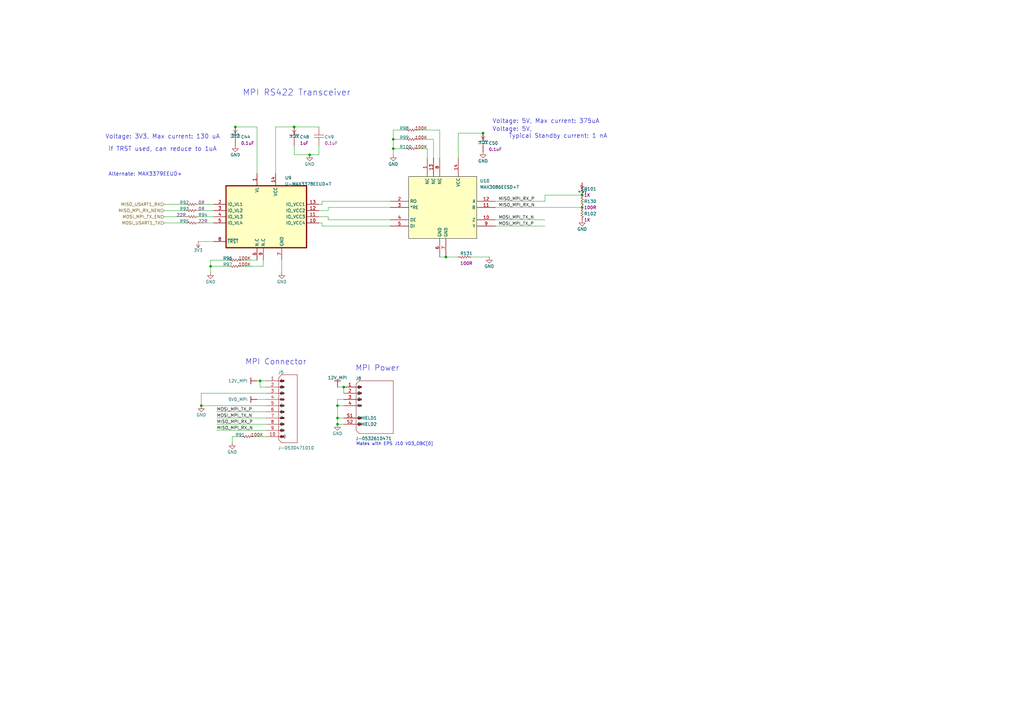
<source format=kicad_sch>
(kicad_sch (version 20250114) (generator "eeschema") (generator_version "9.0")
  (paper "A3")
  (lib_symbols
    (symbol "OBC Development Board-altium-import:12V_MPI_BAR" (power)
      (property "Value" "12V_MPI" (at 0 -3.81 0))
      (symbol "12V_MPI_BAR_0_0"
        (polyline (pts (xy -1.27 -2.54) (xy 1.27 -2.54)) (stroke (width 0.254)))
        (polyline (pts (xy 0 0) (xy 0 -2.54)) (stroke (width 0.254)))
        (pin power_in line (at 0 0 0) (length 0) (hide yes) (name "12V_MPI") (number ""))
      )
    )
    (symbol "OBC Development Board-altium-import:5V0_MPI_BAR" (power)
      (property "Value" "5V0_MPI" (at 0 -3.81 0))
      (symbol "5V0_MPI_BAR_0_0"
        (polyline (pts (xy -1.27 -2.54) (xy 1.27 -2.54)) (stroke (width 0.254)))
        (polyline (pts (xy 0 0) (xy 0 -2.54)) (stroke (width 0.254)))
        (pin power_in line (at 0 0 0) (length 0) (hide yes) (name "5V0_MPI") (number ""))
      )
    )
    (symbol "OBC Development Board:root_0_J-0530471010_OBC Development Board.SchLib"
      (symbol "root_0_J-0530471010_OBC Development Board.SchLib_1_0"
        (polyline (pts (xy 0 11.43) (xy 0 -13.97)))
        (polyline (pts (xy 0 11.43) (xy 1.27 12.7)))
        (polyline (pts (xy 0 10.16) (xy 1.905 10.16)))
        (polyline (pts (xy 0 7.62) (xy 1.905 7.62)))
        (polyline (pts (xy 0 5.08) (xy 1.905 5.08)))
        (polyline (pts (xy 0 2.54) (xy 1.905 2.54)))
        (polyline (pts (xy 0 0) (xy 1.905 0)))
        (polyline (pts (xy 0 -2.54) (xy 1.905 -2.54)))
        (polyline (pts (xy 0 -5.08) (xy 1.905 -5.08)))
        (polyline (pts (xy 0 -7.62) (xy 1.905 -7.62)))
        (polyline (pts (xy 0 -10.16) (xy 1.905 -10.16)))
        (polyline (pts (xy 0 -12.7) (xy 1.905 -12.7)))
        (polyline (pts (xy 0 -13.97) (xy 1.27 -15.24)))
        (polyline (pts (xy 1.27 -15.24) (xy 7.62 -15.24)))
        (rectangle (start 2.223 10.478) (end 0.635 9.843) (fill (type outline)))
        (rectangle (start 2.223 7.938) (end 0.635 7.303) (fill (type outline)))
        (rectangle (start 2.223 5.398) (end 0.635 4.763) (fill (type outline)))
        (rectangle (start 2.223 2.858) (end 0.635 2.223) (fill (type outline)))
        (rectangle (start 2.223 0.318) (end 0.635 -0.317) (fill (type outline)))
        (rectangle (start 2.223 -2.222) (end 0.635 -2.857) (fill (type outline)))
        (rectangle (start 2.223 -4.762) (end 0.635 -5.397) (fill (type outline)))
        (rectangle (start 2.223 -7.302) (end 0.635 -7.937) (fill (type outline)))
        (rectangle (start 2.223 -9.842) (end 0.635 -10.477) (fill (type outline)))
        (rectangle (start 2.223 -12.382) (end 0.635 -13.017) (fill (type outline)))
        (polyline (pts (xy 7.62 12.7) (xy 1.27 12.7)))
        (polyline (pts (xy 7.62 -15.24) (xy 7.62 12.7)))
        (pin passive line (at -5.08 10.16 0) (length 5.08) (name "1") (number "1"))
        (pin passive line (at -5.08 7.62 0) (length 5.08) (name "2") (number "2"))
        (pin passive line (at -5.08 5.08 0) (length 5.08) (name "3") (number "3"))
        (pin passive line (at -5.08 2.54 0) (length 5.08) (name "4") (number "4"))
        (pin passive line (at -5.08 0 0) (length 5.08) (name "5") (number "5"))
        (pin passive line (at -5.08 -2.54 0) (length 5.08) (name "6") (number "6"))
        (pin passive line (at -5.08 -5.08 0) (length 5.08) (name "7") (number "7"))
        (pin passive line (at -5.08 -7.62 0) (length 5.08) (name "8") (number "8"))
        (pin passive line (at -5.08 -10.16 0) (length 5.08) (name "9") (number "9"))
        (pin passive line (at -5.08 -12.7 0) (length 5.08) (name "10") (number "10"))
      )
    )
    (symbol "OBC Development Board:root_0_J-0532610471_OBC Development Board.SchLib"
      (symbol "root_0_J-0532610471_OBC Development Board.SchLib_1_0"
        (polyline (pts (xy -7.62 13.97) (xy -7.62 -5.08)))
        (polyline (pts (xy -7.62 13.97) (xy -6.35 15.24)))
        (polyline (pts (xy -7.62 12.7) (xy -5.715 12.7)))
        (polyline (pts (xy -7.62 10.16) (xy -5.715 10.16)))
        (polyline (pts (xy -7.62 7.62) (xy -5.715 7.62)))
        (polyline (pts (xy -7.62 5.08) (xy -5.715 5.08)))
        (polyline (pts (xy -7.62 0) (xy -5.715 0)))
        (polyline (pts (xy -7.62 -2.54) (xy -5.715 -2.54)))
        (polyline (pts (xy -7.62 -5.08) (xy -6.35 -6.35)))
        (polyline (pts (xy -6.35 -6.35) (xy 7.62 -6.35)))
        (rectangle (start -5.397 13.018) (end -6.985 12.383) (fill (type outline)))
        (rectangle (start -5.397 10.478) (end -6.985 9.843) (fill (type outline)))
        (rectangle (start -5.397 7.938) (end -6.985 7.303) (fill (type outline)))
        (rectangle (start -5.397 5.398) (end -6.985 4.763) (fill (type outline)))
        (rectangle (start -5.397 0.318) (end -6.985 -0.317) (fill (type outline)))
        (rectangle (start -5.397 -2.222) (end -6.985 -2.857) (fill (type outline)))
        (polyline (pts (xy 7.62 15.24) (xy -6.35 15.24)))
        (polyline (pts (xy 7.62 -6.35) (xy 7.62 15.24)))
        (pin passive line (at -12.7 12.7 0) (length 5.08) (name "1") (number "1"))
        (pin passive line (at -12.7 10.16 0) (length 5.08) (name "2") (number "2"))
        (pin passive line (at -12.7 7.62 0) (length 5.08) (name "3") (number "3"))
        (pin passive line (at -12.7 5.08 0) (length 5.08) (name "4") (number "4"))
        (pin passive line (at -12.7 0 0) (length 5.08) (name "SHIELD1") (number "S1"))
        (pin passive line (at -12.7 -2.54 0) (length 5.08) (name "SHIELD2") (number "S2"))
      )
    )
    (symbol "OBC Development Board:root_0_RT-0R00-F-1/10W-0603_OBC Development Board.SchLib" (pin_numbers (hide yes)) (pin_names (hide yes))
      (symbol "root_0_RT-0R00-F-1/10W-0603_OBC Development Board.SchLib_1_0"
        (polyline (pts (xy 1.27 -0.508) (xy 1.016 0)))
        (polyline (pts (xy 1.27 -0.508) (xy 1.778 0.508) (xy 2.286 -0.508) (xy 2.794 0.508) (xy 3.302 -0.508) (xy 3.81 0.508) (xy 4.064 0)))
        (pin passive line (at 0 0 0) (length 1.016) (name "") (number "1"))
        (pin passive line (at 5.08 0 180) (length 1.016) (name "") (number "2"))
      )
    )
    (symbol "OBC Development Board:root_0_RT-100K0-F-1/16W-0603_OBC Development Board.SchLib" (pin_numbers (hide yes)) (pin_names (hide yes))
      (symbol "root_0_RT-100K0-F-1/16W-0603_OBC Development Board.SchLib_1_0"
        (polyline (pts (xy 7.62 -0.508) (xy 7.366 0)))
        (polyline (pts (xy 7.62 -0.508) (xy 8.128 0.508) (xy 8.636 -0.508) (xy 9.144 0.508) (xy 9.652 -0.508) (xy 10.16 0.508) (xy 10.414 0)))
        (text "100K" (at 10.16 0 0) (effects (font (size 1.27 1.27)) (justify left bottom)))
        (pin passive line (at 6.35 0 0) (length 1.016) (name "") (number "1"))
        (pin passive line (at 11.43 0 180) (length 1.016) (name "") (number "2"))
      )
    )
    (symbol "OBC Development Board:root_0_U-MAX3086EESD+T_OBC Development Board.SchLib"
      (symbol "root_0_U-MAX3086EESD+T_OBC Development Board.SchLib_1_0"
        (rectangle (start 35.56 5.08) (end 7.62 -20.32) (stroke (width 0) (color 0 0 0 1)) (fill (type background)))
        (pin passive line (at 0 -5.08 0) (length 7.62) (name "RO") (number "2"))
        (pin passive line (at 0 -7.62 0) (length 7.62) (name "*RE") (number "3"))
        (pin passive line (at 0 -12.7 0) (length 7.62) (name "DE") (number "4"))
        (pin passive line (at 0 -15.24 0) (length 7.62) (name "DI") (number "5"))
        (pin passive line (at 15.24 12.7 270) (length 7.62) (name "NC") (number "1"))
        (pin passive line (at 17.78 12.7 270) (length 7.62) (name "NC") (number "13"))
        (pin passive line (at 20.32 12.7 270) (length 7.62) (name "NC") (number "8"))
        (pin power_in line (at 20.32 -27.94 90) (length 7.62) (name "GND") (number "6"))
        (pin power_in line (at 22.86 -27.94 90) (length 7.62) (name "GND") (number "7"))
        (pin power_in line (at 27.94 12.7 270) (length 7.62) (name "VCC") (number "14"))
        (pin passive line (at 43.18 -5.08 180) (length 7.62) (name "A") (number "12"))
        (pin passive line (at 43.18 -7.62 180) (length 7.62) (name "B") (number "11"))
        (pin passive line (at 43.18 -12.7 180) (length 7.62) (name "Z") (number "10"))
        (pin passive line (at 43.18 -15.24 180) (length 7.62) (name "Y") (number "9"))
      )
    )
    (symbol "OBC Development Board:root_0_U-MAX3378EEUD+T_OBC Development Board.SchLib"
      (symbol "root_0_U-MAX3378EEUD+T_OBC Development Board.SchLib_1_0"
        (rectangle (start 15.24 2.54) (end -17.78 -22.86) (stroke (width 0.508) (color 128 0 0 1)) (fill (type background)))
        (pin passive line (at -22.86 -5.08 0) (length 5.08) (name "IO_VL1") (number "2"))
        (pin passive line (at -22.86 -7.62 0) (length 5.08) (name "IO_VL2") (number "3"))
        (pin passive line (at -22.86 -10.16 0) (length 5.08) (name "IO_VL3") (number "4"))
        (pin passive line (at -22.86 -12.7 0) (length 5.08) (name "IO_VL4") (number "5"))
        (pin passive line (at -22.86 -20.32 0) (length 5.08) (name "~{TRST}") (number "8"))
        (pin power_in line (at -5.08 7.62 270) (length 5.08) (name "VL") (number "1"))
        (pin passive line (at -5.08 -27.94 90) (length 5.08) (name "N.C") (number "6"))
        (pin passive line (at -2.54 -27.94 90) (length 5.08) (name "N.C") (number "9"))
        (pin power_in line (at 2.54 7.62 270) (length 5.08) (name "VCC") (number "14"))
        (pin passive line (at 5.08 -27.94 90) (length 5.08) (name "GND") (number "7"))
        (pin passive line (at 20.32 -5.08 180) (length 5.08) (name "IO_VCC1") (number "13"))
        (pin passive line (at 20.32 -7.62 180) (length 5.08) (name "IO_VCC2") (number "12"))
        (pin passive line (at 20.32 -10.16 180) (length 5.08) (name "IO_VCC3") (number "11"))
        (pin passive line (at 20.32 -12.7 180) (length 5.08) (name "IO_VCC4") (number "10"))
      )
    )
    (symbol "OBC Development Board:root_0_mirrored_RT-22R0-F-1/16W-0603_OBC Development Board.SchLib" (pin_numbers (hide yes)) (pin_names (hide yes))
      (symbol "root_0_mirrored_RT-22R0-F-1/16W-0603_OBC Development Board.SchLib_1_0"
        (polyline (pts (xy -1.27 -0.508) (xy -1.016 0)))
        (polyline (pts (xy -1.27 -0.508) (xy -1.778 0.508) (xy -2.286 -0.508) (xy -2.794 0.508) (xy -3.302 -0.508) (xy -3.81 0.508) (xy -4.064 0)))
        (pin passive line (at -5.08 0 0) (length 1.016) (name "") (number "2"))
        (pin passive line (at 0 0 180) (length 1.016) (name "") (number "1"))
      )
    )
    (symbol "OBC Development Board:root_1_CC-105-K-25V-X7R-0603_OBC Development Board.SchLib" (pin_numbers (hide yes)) (pin_names (hide yes))
      (symbol "root_1_CC-105-K-25V-X7R-0603_OBC Development Board.SchLib_1_0"
        (polyline (pts (xy -2.032 4.318) (xy 2.032 4.318)))
        (polyline (pts (xy 0 5.08) (xy 0 4.318)))
        (polyline (pts (xy 0 2.54) (xy 0 3.302)))
        (polyline (pts (xy 2.032 3.302) (xy -2.032 3.302)))
        (pin passive line (at 0 7.62 270) (length 2.54) (name "2") (number "2"))
        (pin passive line (at 0 0 90) (length 2.54) (name "1") (number "1"))
      )
    )
    (symbol "OBC Development Board:root_1_RT-100R-F-1/16W-0603_OBC Development Board.SchLib" (pin_numbers (hide yes)) (pin_names (hide yes))
      (symbol "root_1_RT-100R-F-1/16W-0603_OBC Development Board.SchLib_1_0"
        (polyline (pts (xy 0.508 1.27) (xy 0 1.016)))
        (polyline (pts (xy 0.508 1.27) (xy -0.508 1.778) (xy 0.508 2.286) (xy -0.508 2.794) (xy 0.508 3.302) (xy -0.508 3.81) (xy 0 4.064)))
        (pin passive line (at 0 5.08 270) (length 1.016) (name "") (number "2"))
        (pin passive line (at 0 0 90) (length 1.016) (name "") (number "1"))
      )
    )
    (symbol "OBC Development Board:root_1_RT-1K0-F-1/16W-0603_OBC Development Board.SchLib" (pin_numbers (hide yes)) (pin_names (hide yes))
      (symbol "root_1_RT-1K0-F-1/16W-0603_OBC Development Board.SchLib_1_0"
        (polyline (pts (xy 0.508 1.27) (xy 0 1.016)))
        (polyline (pts (xy 0.508 1.27) (xy -0.508 1.778) (xy 0.508 2.286) (xy -0.508 2.794) (xy 0.508 3.302) (xy -0.508 3.81) (xy 0 4.064)))
        (pin passive line (at 0 5.08 270) (length 1.016) (name "") (number "2"))
        (pin passive line (at 0 0 90) (length 1.016) (name "") (number "1"))
      )
    )
    (symbol "OBC Development Board:root_2_RT-100R-F-1/16W-0603_OBC Development Board.SchLib" (pin_numbers (hide yes)) (pin_names (hide yes))
      (symbol "root_2_RT-100R-F-1/16W-0603_OBC Development Board.SchLib_1_0"
        (polyline (pts (xy -1.27 0.508) (xy -1.016 0)))
        (polyline (pts (xy -1.27 0.508) (xy -1.778 -0.508) (xy -2.286 0.508) (xy -2.794 -0.508) (xy -3.302 0.508) (xy -3.81 -0.508) (xy -4.064 0)))
        (pin passive line (at -5.08 0 0) (length 1.016) (name "") (number "2"))
        (pin passive line (at 0 0 180) (length 1.016) (name "") (number "1"))
      )
    )
    (symbol "OBC Development Board:root_2_mirrored_RT-22R0-F-1/16W-0603_OBC Development Board.SchLib" (pin_numbers (hide yes)) (pin_names (hide yes))
      (symbol "root_2_mirrored_RT-22R0-F-1/16W-0603_OBC Development Board.SchLib_1_0"
        (polyline (pts (xy 1.27 0.508) (xy 1.016 0)))
        (polyline (pts (xy 1.27 0.508) (xy 1.778 -0.508) (xy 2.286 0.508) (xy 2.794 -0.508) (xy 3.302 0.508) (xy 3.81 -0.508) (xy 4.064 0)))
        (pin passive line (at 0 0 0) (length 1.016) (name "") (number "1"))
        (pin passive line (at 5.08 0 180) (length 1.016) (name "") (number "2"))
      )
    )
    (symbol "OBC Development Board:root_3_CC-100nF-25V-X7R-0603_OBC Development Board.SchLib" (pin_numbers (hide yes)) (pin_names (hide yes))
      (symbol "root_3_CC-100nF-25V-X7R-0603_OBC Development Board.SchLib_1_0"
        (polyline (pts (xy -2.032 -3.302) (xy 2.032 -3.302)))
        (polyline (pts (xy 0 -2.54) (xy 0 -3.302)))
        (polyline (pts (xy 0 -5.08) (xy 0 -4.318)))
        (polyline (pts (xy 2.032 -4.318) (xy -2.032 -4.318)))
        (pin passive line (at 0 0 270) (length 2.54) (name "1") (number "1"))
        (pin passive line (at 0 -7.62 90) (length 2.54) (name "2") (number "2"))
      )
    )
    (symbol "power:+3V3" (power) (pin_numbers (hide yes)) (pin_names (offset 0) (hide yes))
      (property "Value" "+3V3" (at 0 3.556 0))
      (symbol "+3V3_0_1"
        (polyline (pts (xy -0.762 1.27) (xy 0 2.54)))
        (polyline (pts (xy 0 2.54) (xy 0.762 1.27)))
        (polyline (pts (xy 0 0) (xy 0 2.54)))
      )
      (symbol "+3V3_1_1"
        (pin power_in line (at 0 0 90) (length 0) (name "~") (number "1"))
      )
    )
    (symbol "power:+5V" (power) (pin_numbers (hide yes)) (pin_names (offset 0) (hide yes))
      (property "Value" "+5V" (at 0 3.556 0))
      (symbol "+5V_0_1"
        (polyline (pts (xy -0.762 1.27) (xy 0 2.54)))
        (polyline (pts (xy 0 2.54) (xy 0.762 1.27)))
        (polyline (pts (xy 0 0) (xy 0 2.54)))
      )
      (symbol "+5V_1_1"
        (pin power_in line (at 0 0 90) (length 0) (name "~") (number "1"))
      )
    )
    (symbol "power:GND" (power) (pin_numbers (hide yes)) (pin_names (offset 0) (hide yes))
      (property "Value" "GND" (at 0 -3.81 0))
      (symbol "GND_0_1"
        (polyline (pts (xy 0 0) (xy 0 -1.27) (xy 1.27 -1.27) (xy 0 -2.54) (xy -1.27 -1.27) (xy 0 -1.27)))
      )
      (symbol "GND_1_1"
        (pin power_in line (at 0 0 270) (length 0) (name "~") (number "1"))
      )
    )
  )
  (text "Alternate: MAX3379EEUD+" (at 44.45 72.39 0) (effects (font (size 1.524 1.524)) (justify left bottom)))
  (text "Mates with EPS J10 VD3_OBC[0]" (at 146.05 182.88 0) (effects (font (size 1.27 1.27)) (justify left bottom)))
  (text "Voltage: 5V, Max current: 375uA" (at 201.93 50.8 0) (effects (font (size 1.778 1.778)) (justify left bottom)))
  (text "MPI Connector" (at 125.73 149.86 0) (effects (font (size 2.286 2.286)) (justify right bottom)))
  (text "if TRST used, can reduce to 1uA" (at 44.45 62.23 0) (effects (font (size 1.778 1.778)) (justify left bottom)))
  (text "Voltage: 5V, \n	Typical Standby current: 1 nA" (at 201.93 56.896 0) (effects (font (size 1.778 1.778)) (justify left bottom)))
  (text "Voltage: 3V3, Max current: 130 uA" (at 43.18 57.15 0) (effects (font (size 1.778 1.778)) (justify left bottom)))
  (text "MPI Power" (at 163.83 152.4 0) (effects (font (size 2.286 2.286)) (justify right bottom)))
  (text "MPI RS422 Transceiver" (at 121.666 38.1 0) (effects (font (size 2.54 2.54))))
  (junction (at 138.43 166.37))
  (junction (at 238.76 85.09))
  (junction (at 127 63.5))
  (junction (at 138.43 173.99))
  (junction (at 182.88 105.41))
  (junction (at 96.52 52.07))
  (junction (at 82.55 166.37))
  (junction (at 138.43 171.45))
  (junction (at 140.97 158.75))
  (junction (at 106.68 156.21))
  (junction (at 161.29 60.96))
  (junction (at 198.12 54.61))
  (junction (at 238.76 80.01))
  (junction (at 161.29 57.15))
  (junction (at 86.36 109.22))
  (junction (at 120.65 52.07))
  (wire (pts (xy 140.97 158.75) (xy 140.97 161.29)))
  (wire (pts (xy 203.2 92.71) (xy 223.52 92.71)))
  (wire (pts (xy 223.52 80.01) (xy 238.76 80.01)))
  (wire (pts (xy 120.65 63.5) (xy 127 63.5)))
  (wire (pts (xy 105.41 156.21) (xy 106.68 156.21)))
  (wire (pts (xy 138.43 166.37) (xy 140.97 166.37)))
  (wire (pts (xy 177.8 64.77) (xy 177.8 57.15)))
  (wire (pts (xy 109.22 176.53) (xy 88.9 176.53)))
  (wire (pts (xy 93.98 106.68) (xy 86.36 106.68)))
  (wire (pts (xy 200.66 105.41) (xy 193.04 105.41)))
  (wire (pts (xy 134.62 88.9) (xy 130.81 88.9)))
  (wire (pts (xy 95.25 179.07) (xy 95.25 181.61)))
  (wire (pts (xy 93.98 109.22) (xy 86.36 109.22)))
  (wire (pts (xy 171.45 60.96) (xy 175.26 60.96)))
  (wire (pts (xy 180.34 105.41) (xy 182.88 105.41)))
  (wire (pts (xy 81.28 86.36) (xy 87.63 86.36)))
  (wire (pts (xy 203.2 90.17) (xy 223.52 90.17)))
  (wire (pts (xy 138.43 171.45) (xy 138.43 166.37)))
  (wire (pts (xy 138.43 166.37) (xy 138.43 163.83)))
  (wire (pts (xy 160.02 92.71) (xy 132.08 92.71)))
  (wire (pts (xy 109.22 168.91) (xy 88.9 168.91)))
  (wire (pts (xy 134.62 90.17) (xy 134.62 88.9)))
  (wire (pts (xy 161.29 60.96) (xy 161.29 63.5)))
  (wire (pts (xy 109.22 171.45) (xy 88.9 171.45)))
  (wire (pts (xy 109.22 161.29) (xy 82.55 161.29)))
  (wire (pts (xy 106.68 156.21) (xy 109.22 156.21)))
  (wire (pts (xy 87.63 91.44) (xy 81.28 91.44)))
  (wire (pts (xy 132.08 82.55) (xy 160.02 82.55)))
  (wire (pts (xy 138.43 171.45) (xy 140.97 171.45)))
  (wire (pts (xy 187.96 54.61) (xy 198.12 54.61)))
  (wire (pts (xy 115.57 111.76) (xy 115.57 106.68)))
  (wire (pts (xy 130.81 83.82) (xy 132.08 83.82)))
  (wire (pts (xy 107.95 106.68) (xy 107.95 109.22)))
  (wire (pts (xy 82.55 166.37) (xy 109.22 166.37)))
  (wire (pts (xy 120.65 59.69) (xy 120.65 63.5)))
  (wire (pts (xy 166.37 53.34) (xy 161.29 53.34)))
  (wire (pts (xy 203.2 82.55) (xy 223.52 82.55)))
  (wire (pts (xy 109.22 163.83) (xy 105.41 163.83)))
  (wire (pts (xy 87.63 83.82) (xy 81.28 83.82)))
  (wire (pts (xy 180.34 53.34) (xy 171.45 53.34)))
  (wire (pts (xy 138.43 173.99) (xy 138.43 171.45)))
  (wire (pts (xy 105.41 52.07) (xy 105.41 71.12)))
  (wire (pts (xy 109.22 158.75) (xy 106.68 158.75)))
  (wire (pts (xy 180.34 64.77) (xy 180.34 53.34)))
  (wire (pts (xy 187.96 64.77) (xy 187.96 54.61)))
  (wire (pts (xy 166.37 60.96) (xy 161.29 60.96)))
  (wire (pts (xy 113.03 71.12) (xy 113.03 52.07)))
  (wire (pts (xy 109.22 173.99) (xy 88.9 173.99)))
  (wire (pts (xy 130.81 86.36) (xy 134.62 86.36)))
  (wire (pts (xy 82.55 161.29) (xy 82.55 166.37)))
  (wire (pts (xy 76.2 91.44) (xy 67.31 91.44)))
  (wire (pts (xy 134.62 86.36) (xy 134.62 85.09)))
  (wire (pts (xy 138.43 158.75) (xy 140.97 158.75)))
  (wire (pts (xy 109.22 179.07) (xy 104.14 179.07)))
  (wire (pts (xy 160.02 90.17) (xy 134.62 90.17)))
  (wire (pts (xy 81.28 88.9) (xy 87.63 88.9)))
  (wire (pts (xy 96.52 52.07) (xy 105.41 52.07)))
  (wire (pts (xy 161.29 57.15) (xy 161.29 60.96)))
  (wire (pts (xy 223.52 82.55) (xy 223.52 80.01)))
  (wire (pts (xy 67.31 88.9) (xy 76.2 88.9)))
  (wire (pts (xy 175.26 60.96) (xy 175.26 64.77)))
  (wire (pts (xy 76.2 83.82) (xy 67.31 83.82)))
  (wire (pts (xy 81.28 99.06) (xy 87.63 99.06)))
  (wire (pts (xy 120.65 52.07) (xy 130.81 52.07)))
  (wire (pts (xy 106.68 158.75) (xy 106.68 156.21)))
  (wire (pts (xy 177.8 57.15) (xy 171.45 57.15)))
  (wire (pts (xy 132.08 92.71) (xy 132.08 91.44)))
  (wire (pts (xy 99.06 179.07) (xy 95.25 179.07)))
  (wire (pts (xy 166.37 57.15) (xy 161.29 57.15)))
  (wire (pts (xy 134.62 85.09) (xy 160.02 85.09)))
  (wire (pts (xy 161.29 53.34) (xy 161.29 57.15)))
  (wire (pts (xy 138.43 173.99) (xy 140.97 173.99)))
  (wire (pts (xy 107.95 109.22) (xy 99.06 109.22)))
  (wire (pts (xy 86.36 106.68) (xy 86.36 109.22)))
  (wire (pts (xy 67.31 86.36) (xy 76.2 86.36)))
  (wire (pts (xy 113.03 52.07) (xy 120.65 52.07)))
  (wire (pts (xy 130.81 63.5) (xy 130.81 59.69)))
  (wire (pts (xy 132.08 91.44) (xy 130.81 91.44)))
  (wire (pts (xy 132.08 83.82) (xy 132.08 82.55)))
  (wire (pts (xy 86.36 109.22) (xy 86.36 111.76)))
  (wire (pts (xy 105.41 106.68) (xy 99.06 106.68)))
  (wire (pts (xy 138.43 163.83) (xy 140.97 163.83)))
  (wire (pts (xy 127 63.5) (xy 130.81 63.5)))
  (wire (pts (xy 203.2 85.09) (xy 238.76 85.09)))
  (wire (pts (xy 182.88 105.41) (xy 187.96 105.41)))
  (label "MOSI_MPI_TX_P" (at 88.9 168.91 0))
  (label "MISO_MPI_RX_P" (at 204.47 82.55 0))
  (label "MISO_MPI_RX_N" (at 204.47 85.09 0))
  (label "MOSI_MPI_TX_N" (at 204.47 90.17 0))
  (label "MOSI_MPI_TX_N" (at 88.9 171.45 0))
  (label "MOSI_MPI_TX_P" (at 204.47 92.71 0))
  (label "MISO_MPI_RX_N" (at 88.9 176.53 0))
  (label "MISO_MPI_RX_P" (at 88.9 173.99 0))
  (hierarchical_label "MISO_MPI_RX_NEN" (shape input) (at 67.31 86.36 180))
  (hierarchical_label "MOSI_MPI_TX_EN" (shape input) (at 67.31 88.9 180))
  (hierarchical_label "MISO_USART1_RX" (shape input) (at 67.31 83.82 180))
  (hierarchical_label "MOSI_USART1_TX" (shape input) (at 67.31 91.44 180))
  (symbol (lib_id "OBC Development Board:root_1_RT-1K0-F-1/16W-0603_OBC Development Board.SchLib") (at 238.76 80.01 0) (unit 1)
    (property "Reference" "R101" (at 239.522 78.232 0) (effects (justify left bottom)))
    (property "Value" "1K" (effects (hide yes)))
    (property "Footprint" "0603" (effects (hide yes)))
    (property "Description" "RES SMD 1K OHM 1% 1/16W 0603" (effects (hide yes)))
    (property "COMPONENTLINK1DESCRIPTION" "Datasheet" (effects (hide yes)))
    (property "COMPONENTLINK1URL" "https://www.vishay.com/docs/20035/dcrcwe3.pdf" (effects (hide yes)))
    (property "COMPONENTLINK2DESCRIPTION" "Manufacturer Website" (effects (hide yes)))
    (property "DISTRIBUTOR" "Digikey" (effects (hide yes)))
    (property "DISTRIBUTOR PART #" "A102226CT-ND" (effects (hide yes)))
    (property "MANUFACTURER" "TE Connectivity Passive Product" (effects (hide yes)))
    (property "MANUFACTURER PART #" "CPF0603F1K0C1" (effects (hide yes)))
    (property "PART DESCRIPTION" "RES SMD 1K OHM 1% 1/16W 0603" (effects (hide yes)))
    (property "COMPONENTLINK2URL" "https://www.vishay.com/" (effects (hide yes)))
    (property "ALTIUM_VALUE" "1K" (at 239.522 80.772 0) (effects (justify left bottom)))
  )
  (symbol (lib_id "OBC Development Board:root_0_RT-100K0-F-1/16W-0603_OBC Development Board.SchLib") (at 87.63 106.68 0) (unit 1)
    (property "Reference" "R96" (at 91.44 106.68 0) (effects (justify left bottom)))
    (property "Value" "100K" (effects (hide yes)))
    (property "Footprint" "0603" (effects (hide yes)))
    (property "Description" "RES SMD 100KΩ 0.1% 1/16W 0603" (effects (hide yes)))
    (property "COMPONENTLINK2URL" "https://www.te.com/commerce/DocumentDelivery/DDEController?Action=showdoc&DocId=Data+Sheet%7F1773200%7FM%7Fpdf%7FEnglish%7FENG_DS_1773200_M.pdf%7F3-1676481-2" (effects (hide yes)))
    (property "COMPONENTLINK2DESCRIPTION" "Datasheet" (effects (hide yes)))
    (property "DISTRIBUTOR" "Digikey" (effects (hide yes)))
    (property "DISTRIBUTOR PART #" "A119912CT-ND" (effects (hide yes)))
    (property "MANUFACTURER" "TE Connectivity" (effects (hide yes)))
    (property "MANUFACTURER PART #" "CPF0603B100KE" (effects (hide yes)))
    (property "PART DESCRIPTION" "RES SMD 100KΩ 0.1% 1/16W 0603" (effects (hide yes)))
    (property "ALTIUM_VALUE" "100K" (effects (hide yes)))
  )
  (symbol (lib_id "OBC Development Board:root_0_U-MAX3378EEUD+T_OBC Development Board.SchLib") (at 110.49 78.74 0) (unit 1)
    (property "Reference" "U9" (at 116.84 73.66 0) (effects (justify left bottom)))
    (property "Value" "U-MAX3378EEUD+T" (at 116.84 76.2 0) (effects (justify left bottom)))
    (property "Footprint" "C__Users_James_Documents_Calgary to Space_OBC_PCB_hardware_OBC Development Board_OBC Development Board.PcbLib:U-MAX3378EEUD+T" (effects (hide yes)))
    (property "Description" "IC TRNSLTR BIDIRECTIONAL 14TSSOP" (effects (hide yes)))
    (property "MANUFACTURER PART #" "MAX3378EEUD+T" (effects (hide yes)))
    (property "MANUFACTURER" "Maxim Integrated" (effects (hide yes)))
    (property "DISTRIBUTOR" "Digikey" (effects (hide yes)))
    (property "DISTRIBUTOR PART #" "MAX3378EEUD+TCT-ND" (effects (hide yes)))
    (property "LCSC PART #" "C143441" (effects (hide yes)))
  )
  (symbol (lib_id "power:GND") (at 95.25 181.61 0) (unit 1)
    (property "Reference" "#PWR83" (effects (hide yes)))
    (property "Value" "GND" (at 95.25 185.42 0))
    (property "Description" "Power symbol creates a global label with name \"GND\" , ground" (effects (hide yes)))
  )
  (symbol (lib_id "OBC Development Board:root_0_J-0532610471_OBC Development Board.SchLib") (at 153.67 171.45 0) (unit 1)
    (property "Reference" "J8" (at 145.796 155.956 0) (effects (justify left bottom)))
    (property "Value" "J-0532610471" (at 145.796 180.594 0) (effects (justify left bottom)))
    (property "Footprint" "J-53261-0471" (effects (hide yes)))
    (property "Description" "CONN HEADER SMD R/A 4POS 1.25MM" (effects (hide yes)))
    (property "MANFACTURER PART #" "0532610471" (effects (hide yes)))
    (property "MANFACTURER" "Molex" (effects (hide yes)))
    (property "DISTRIBUTOR PART #" "WM7622CT-ND" (effects (hide yes)))
    (property "DISTRIBUTOR" "Digi-Key" (effects (hide yes)))
  )
  (symbol (lib_id "power:+3V3") (at 96.52 52.07 180) (unit 1)
    (property "Reference" "#PWR129" (effects (hide yes)))
    (property "Value" "3V3" (at 96.52 55.626 0))
    (property "Description" "Power symbol creates a global label with name \"+3V3\"" (effects (hide yes)))
  )
  (symbol (lib_id "OBC Development Board:root_3_CC-100nF-25V-X7R-0603_OBC Development Board.SchLib") (at 130.81 52.07 0) (unit 1)
    (property "Reference" "C49" (at 133.096 56.896 0) (effects (justify left bottom)))
    (property "Value" "0.1uF" (effects (hide yes)))
    (property "Footprint" "0603" (effects (hide yes)))
    (property "Description" "25V 100nF X7R ±10% 0603 Multilayer Ceramic Capacitors MLCC - SMD/SMT ROHS" (effects (hide yes)))
    (property "COMPONENTLINK1DESCRIPTION" "Datasheet" (effects (hide yes)))
    (property "COMPONENTLINK1URL" "https://ds.yuden.co.jp/TYCOMPAS/ut/detail?pn=TMK105BJ104KV-F%20%20&u=M" (effects (hide yes)))
    (property "COMPONENTLINK2DESCRIPTION" "Manufacturer Website" (effects (hide yes)))
    (property "DISTRIBUTOR" "LCSC" (effects (hide yes)))
    (property "DISTRIBUTOR PART #" "C354391" (effects (hide yes)))
    (property "MANUFACTURER" "Murata Electronics" (effects (hide yes)))
    (property "MANUFACTURER PART #" "GCJ188R71E104KA12D" (effects (hide yes)))
    (property "PART DESCRIPTION" "25V 100nF X7R ±10% 0603 Multilayer Ceramic Capacitors MLCC - SMD/SMT ROHS" (effects (hide yes)))
    (property "COMPONENTLINK2URL" "https://www.yuden.co.jp/or/" (effects (hide yes)))
    (property "ALTIUM_VALUE" "0.1uF" (at 133.096 59.436 0) (effects (justify left bottom)))
    (property "HIGHEST RATED OPERATING TEMPERATURE" "125" (effects (hide yes)))
    (property "LOWEST RATED OPERATING TEMPERATURE" "-55" (effects (hide yes)))
    (property "MAX EXPOSED VOLTAGE" "6" (effects (hide yes)))
    (property "RATED VOLTAGE" "25" (effects (hide yes)))
  )
  (symbol (lib_id "power:GND") (at 115.57 111.76 0) (unit 1)
    (property "Reference" "#PWR131" (effects (hide yes)))
    (property "Value" "GND" (at 115.57 115.57 0))
    (property "Description" "Power symbol creates a global label with name \"GND\" , ground" (effects (hide yes)))
  )
  (symbol (lib_id "power:GND") (at 96.52 59.69 0) (unit 1)
    (property "Reference" "#PWR130" (effects (hide yes)))
    (property "Value" "GND" (at 96.52 63.5 0))
    (property "Description" "Power symbol creates a global label with name \"GND\" , ground" (effects (hide yes)))
  )
  (symbol (lib_id "power:GND") (at 238.76 90.17 0) (unit 1)
    (property "Reference" "#PWR139" (effects (hide yes)))
    (property "Value" "GND" (at 238.76 93.98 0))
    (property "Description" "Power symbol creates a global label with name \"GND\" , ground" (effects (hide yes)))
  )
  (symbol (lib_id "power:GND") (at 86.36 111.76 0) (unit 1)
    (property "Reference" "#PWR128" (effects (hide yes)))
    (property "Value" "GND" (at 86.36 115.57 0))
    (property "Description" "Power symbol creates a global label with name \"GND\" , ground" (effects (hide yes)))
  )
  (symbol (lib_id "OBC Development Board:root_3_CC-100nF-25V-X7R-0603_OBC Development Board.SchLib") (at 198.12 54.61 0) (unit 1)
    (property "Reference" "C50" (at 200.406 59.436 0) (effects (justify left bottom)))
    (property "Value" "0.1uF" (effects (hide yes)))
    (property "Footprint" "0603" (effects (hide yes)))
    (property "Description" "25V 100nF X7R ±10% 0603 Multilayer Ceramic Capacitors MLCC - SMD/SMT ROHS" (effects (hide yes)))
    (property "COMPONENTLINK1DESCRIPTION" "Datasheet" (effects (hide yes)))
    (property "COMPONENTLINK1URL" "https://ds.yuden.co.jp/TYCOMPAS/ut/detail?pn=TMK105BJ104KV-F%20%20&u=M" (effects (hide yes)))
    (property "COMPONENTLINK2DESCRIPTION" "Manufacturer Website" (effects (hide yes)))
    (property "DISTRIBUTOR" "LCSC" (effects (hide yes)))
    (property "DISTRIBUTOR PART #" "C354391" (effects (hide yes)))
    (property "MANUFACTURER" "Murata Electronics" (effects (hide yes)))
    (property "MANUFACTURER PART #" "GCJ188R71E104KA12D" (effects (hide yes)))
    (property "PART DESCRIPTION" "25V 100nF X7R ±10% 0603 Multilayer Ceramic Capacitors MLCC - SMD/SMT ROHS" (effects (hide yes)))
    (property "COMPONENTLINK2URL" "https://www.yuden.co.jp/or/" (effects (hide yes)))
    (property "ALTIUM_VALUE" "0.1uF" (at 200.406 61.976 0) (effects (justify left bottom)))
    (property "HIGHEST RATED OPERATING TEMPERATURE" "125" (effects (hide yes)))
    (property "LOWEST RATED OPERATING TEMPERATURE" "-55" (effects (hide yes)))
    (property "MAX EXPOSED VOLTAGE" "6" (effects (hide yes)))
    (property "RATED VOLTAGE" "25" (effects (hide yes)))
  )
  (symbol (lib_id "OBC Development Board:root_0_mirrored_RT-22R0-F-1/16W-0603_OBC Development Board.SchLib") (at 81.28 91.44 0) (unit 1)
    (property "Reference" "R95" (at 73.66 91.44 0) (effects (justify left bottom)))
    (property "Value" "22R" (effects (hide yes)))
    (property "Footprint" "0603" (effects (hide yes)))
    (property "Description" "22 Ohms ±0.5% 0.063W, 1/16W Chip Resistor 0603 (1608 Metric) - Thin Film" (effects (hide yes)))
    (property "COMPONENTLINK1DESCRIPTION" "Datasheet" (effects (hide yes)))
    (property "COMPONENTLINK1URL" "https://www.vishay.com/docs/20035/dcrcwe3.pdf" (effects (hide yes)))
    (property "COMPONENTLINK2DESCRIPTION" "Manufacturer Website" (effects (hide yes)))
    (property "DISTRIBUTOR" "Digikey" (effects (hide yes)))
    (property "DISTRIBUTOR PART #" "RR08Q22DCT-ND" (effects (hide yes)))
    (property "MANUFACTURER" "Susumu" (effects (hide yes)))
    (property "MANUFACTURER PART #" "RR0816Q-220-D" (effects (hide yes)))
    (property "PART DESCRIPTION" "22 Ohms ±0.5% 0.063W, 1/16W Chip Resistor 0603 (1608 Metric) - Thin Film" (effects (hide yes)))
    (property "COMPONENTLINK2URL" "https://www.vishay.com/" (effects (hide yes)))
    (property "ALTIUM_VALUE" "22R" (at 81.28 91.44 0) (effects (justify left bottom)))
  )
  (symbol (lib_id "OBC Development Board:root_0_U-MAX3086EESD+T_OBC Development Board.SchLib") (at 160.02 77.47 0) (unit 1)
    (property "Reference" "U10" (at 196.85 74.93 0) (effects (justify left bottom)))
    (property "Value" "MAX3086EESD+T" (at 196.85 77.47 0) (effects (justify left bottom)))
    (property "Footprint" "U-MAX3086EESD+T" (effects (hide yes)))
    (property "Description" "IC TRANSCEIVER FULL 1/1 14SOIC" (effects (hide yes)))
    (property "MANUFACTURER" "Maxim Integrated Products" (effects (hide yes)))
    (property "MANUFACTURER PART #" "MAX3086EESD+T" (effects (hide yes)))
    (property "DISTRIBUTOR" "Digikey" (effects (hide yes)))
    (property "DISTRIBUTOR PART #" "MAX3086EESD+TCT-ND" (effects (hide yes)))
    (property "TYPE" "DEV" (effects (hide yes)))
    (property "LCSC PART #" "C2671104" (effects (hide yes)))
  )
  (symbol (lib_id "power:GND") (at 127 63.5 0) (unit 1)
    (property "Reference" "#PWR133" (effects (hide yes)))
    (property "Value" "GND" (at 127 67.31 0))
    (property "Description" "Power symbol creates a global label with name \"GND\" , ground" (effects (hide yes)))
  )
  (symbol (lib_id "power:GND") (at 82.55 166.37 0) (unit 1)
    (property "Reference" "#PWR81" (effects (hide yes)))
    (property "Value" "GND" (at 82.55 170.18 0))
    (property "Description" "Power symbol creates a global label with name \"GND\" , ground" (effects (hide yes)))
  )
  (symbol (lib_id "OBC Development Board:root_1_RT-1K0-F-1/16W-0603_OBC Development Board.SchLib") (at 238.76 90.17 0) (unit 1)
    (property "Reference" "R102" (at 239.522 88.392 0) (effects (justify left bottom)))
    (property "Value" "1K" (effects (hide yes)))
    (property "Footprint" "0603" (effects (hide yes)))
    (property "Description" "RES SMD 1K OHM 1% 1/16W 0603" (effects (hide yes)))
    (property "COMPONENTLINK1DESCRIPTION" "Datasheet" (effects (hide yes)))
    (property "COMPONENTLINK1URL" "https://www.vishay.com/docs/20035/dcrcwe3.pdf" (effects (hide yes)))
    (property "COMPONENTLINK2DESCRIPTION" "Manufacturer Website" (effects (hide yes)))
    (property "DISTRIBUTOR" "Digikey" (effects (hide yes)))
    (property "DISTRIBUTOR PART #" "A102226CT-ND" (effects (hide yes)))
    (property "MANUFACTURER" "TE Connectivity Passive Product" (effects (hide yes)))
    (property "MANUFACTURER PART #" "CPF0603F1K0C1" (effects (hide yes)))
    (property "PART DESCRIPTION" "RES SMD 1K OHM 1% 1/16W 0603" (effects (hide yes)))
    (property "COMPONENTLINK2URL" "https://www.vishay.com/" (effects (hide yes)))
    (property "ALTIUM_VALUE" "1K" (at 239.522 90.932 0) (effects (justify left bottom)))
  )
  (symbol (lib_id "OBC Development Board:root_0_RT-100K0-F-1/16W-0603_OBC Development Board.SchLib") (at 160.02 60.96 0) (unit 1)
    (property "Reference" "R100" (at 163.83 60.96 0) (effects (justify left bottom)))
    (property "Value" "100K" (effects (hide yes)))
    (property "Footprint" "0603" (effects (hide yes)))
    (property "Description" "RES SMD 100KΩ 0.1% 1/16W 0603" (effects (hide yes)))
    (property "COMPONENTLINK2URL" "https://www.te.com/commerce/DocumentDelivery/DDEController?Action=showdoc&DocId=Data+Sheet%7F1773200%7FM%7Fpdf%7FEnglish%7FENG_DS_1773200_M.pdf%7F3-1676481-2" (effects (hide yes)))
    (property "COMPONENTLINK2DESCRIPTION" "Datasheet" (effects (hide yes)))
    (property "DISTRIBUTOR" "Digikey" (effects (hide yes)))
    (property "DISTRIBUTOR PART #" "A119912CT-ND" (effects (hide yes)))
    (property "MANUFACTURER" "TE Connectivity" (effects (hide yes)))
    (property "MANUFACTURER PART #" "CPF0603B100KE" (effects (hide yes)))
    (property "PART DESCRIPTION" "RES SMD 100KΩ 0.1% 1/16W 0603" (effects (hide yes)))
    (property "ALTIUM_VALUE" "100K" (effects (hide yes)))
  )
  (symbol (lib_id "OBC Development Board:root_2_mirrored_RT-22R0-F-1/16W-0603_OBC Development Board.SchLib") (at 76.2 88.9 0) (unit 1)
    (property "Reference" "R94" (at 81.28 88.9 0) (effects (justify left bottom)))
    (property "Value" "22R" (effects (hide yes)))
    (property "Footprint" "0603" (effects (hide yes)))
    (property "Description" "22 Ohms ±0.5% 0.063W, 1/16W Chip Resistor 0603 (1608 Metric) - Thin Film" (effects (hide yes)))
    (property "COMPONENTLINK1DESCRIPTION" "Datasheet" (effects (hide yes)))
    (property "COMPONENTLINK1URL" "https://www.vishay.com/docs/20035/dcrcwe3.pdf" (effects (hide yes)))
    (property "COMPONENTLINK2DESCRIPTION" "Manufacturer Website" (effects (hide yes)))
    (property "DISTRIBUTOR" "Digikey" (effects (hide yes)))
    (property "DISTRIBUTOR PART #" "RR08Q22DCT-ND" (effects (hide yes)))
    (property "MANUFACTURER" "Susumu" (effects (hide yes)))
    (property "MANUFACTURER PART #" "RR0816Q-220-D" (effects (hide yes)))
    (property "PART DESCRIPTION" "22 Ohms ±0.5% 0.063W, 1/16W Chip Resistor 0603 (1608 Metric) - Thin Film" (effects (hide yes)))
    (property "COMPONENTLINK2URL" "https://www.vishay.com/" (effects (hide yes)))
    (property "ALTIUM_VALUE" "22R" (at 72.39 88.9 0) (effects (justify left bottom)))
  )
  (symbol (lib_id "power:GND") (at 138.43 173.99 0) (unit 1)
    (property "Reference" "#PWR122" (effects (hide yes)))
    (property "Value" "GND" (at 138.43 177.8 0))
    (property "Description" "Power symbol creates a global label with name \"GND\" , ground" (effects (hide yes)))
  )
  (symbol (lib_id "OBC Development Board:root_0_RT-100K0-F-1/16W-0603_OBC Development Board.SchLib") (at 160.02 57.15 0) (unit 1)
    (property "Reference" "R99" (at 163.83 57.15 0) (effects (justify left bottom)))
    (property "Value" "100K" (effects (hide yes)))
    (property "Footprint" "0603" (effects (hide yes)))
    (property "Description" "RES SMD 100KΩ 0.1% 1/16W 0603" (effects (hide yes)))
    (property "COMPONENTLINK2URL" "https://www.te.com/commerce/DocumentDelivery/DDEController?Action=showdoc&DocId=Data+Sheet%7F1773200%7FM%7Fpdf%7FEnglish%7FENG_DS_1773200_M.pdf%7F3-1676481-2" (effects (hide yes)))
    (property "COMPONENTLINK2DESCRIPTION" "Datasheet" (effects (hide yes)))
    (property "DISTRIBUTOR" "Digikey" (effects (hide yes)))
    (property "DISTRIBUTOR PART #" "A119912CT-ND" (effects (hide yes)))
    (property "MANUFACTURER" "TE Connectivity" (effects (hide yes)))
    (property "MANUFACTURER PART #" "CPF0603B100KE" (effects (hide yes)))
    (property "PART DESCRIPTION" "RES SMD 100KΩ 0.1% 1/16W 0603" (effects (hide yes)))
    (property "ALTIUM_VALUE" "100K" (effects (hide yes)))
  )
  (symbol (lib_id "OBC Development Board:root_0_RT-100K0-F-1/16W-0603_OBC Development Board.SchLib") (at 87.63 109.22 0) (unit 1)
    (property "Reference" "R97" (at 91.44 109.22 0) (effects (justify left bottom)))
    (property "Value" "100K" (effects (hide yes)))
    (property "Footprint" "0603" (effects (hide yes)))
    (property "Description" "RES SMD 100KΩ 0.1% 1/16W 0603" (effects (hide yes)))
    (property "COMPONENTLINK2URL" "https://www.te.com/commerce/DocumentDelivery/DDEController?Action=showdoc&DocId=Data+Sheet%7F1773200%7FM%7Fpdf%7FEnglish%7FENG_DS_1773200_M.pdf%7F3-1676481-2" (effects (hide yes)))
    (property "COMPONENTLINK2DESCRIPTION" "Datasheet" (effects (hide yes)))
    (property "DISTRIBUTOR" "Digikey" (effects (hide yes)))
    (property "DISTRIBUTOR PART #" "A119912CT-ND" (effects (hide yes)))
    (property "MANUFACTURER" "TE Connectivity" (effects (hide yes)))
    (property "MANUFACTURER PART #" "CPF0603B100KE" (effects (hide yes)))
    (property "PART DESCRIPTION" "RES SMD 100KΩ 0.1% 1/16W 0603" (effects (hide yes)))
    (property "ALTIUM_VALUE" "100K" (effects (hide yes)))
  )
  (symbol (lib_id "OBC Development Board:root_3_CC-100nF-25V-X7R-0603_OBC Development Board.SchLib") (at 96.52 52.07 0) (unit 1)
    (property "Reference" "C44" (at 98.806 56.896 0) (effects (justify left bottom)))
    (property "Value" "0.1uF" (effects (hide yes)))
    (property "Footprint" "0603" (effects (hide yes)))
    (property "Description" "25V 100nF X7R ±10% 0603 Multilayer Ceramic Capacitors MLCC - SMD/SMT ROHS" (effects (hide yes)))
    (property "COMPONENTLINK1DESCRIPTION" "Datasheet" (effects (hide yes)))
    (property "COMPONENTLINK1URL" "https://ds.yuden.co.jp/TYCOMPAS/ut/detail?pn=TMK105BJ104KV-F%20%20&u=M" (effects (hide yes)))
    (property "COMPONENTLINK2DESCRIPTION" "Manufacturer Website" (effects (hide yes)))
    (property "DISTRIBUTOR" "LCSC" (effects (hide yes)))
    (property "DISTRIBUTOR PART #" "C354391" (effects (hide yes)))
    (property "MANUFACTURER" "Murata Electronics" (effects (hide yes)))
    (property "MANUFACTURER PART #" "GCJ188R71E104KA12D" (effects (hide yes)))
    (property "PART DESCRIPTION" "25V 100nF X7R ±10% 0603 Multilayer Ceramic Capacitors MLCC - SMD/SMT ROHS" (effects (hide yes)))
    (property "COMPONENTLINK2URL" "https://www.yuden.co.jp/or/" (effects (hide yes)))
    (property "ALTIUM_VALUE" "0.1uF" (at 98.806 59.436 0) (effects (justify left bottom)))
    (property "HIGHEST RATED OPERATING TEMPERATURE" "125" (effects (hide yes)))
    (property "LOWEST RATED OPERATING TEMPERATURE" "-55" (effects (hide yes)))
    (property "MAX EXPOSED VOLTAGE" "6" (effects (hide yes)))
    (property "RATED VOLTAGE" "25" (effects (hide yes)))
  )
  (symbol (lib_id "power:GND") (at 200.66 105.41 0) (unit 1)
    (property "Reference" "#PWR137" (effects (hide yes)))
    (property "Value" "GND" (at 200.66 109.22 0))
    (property "Description" "Power symbol creates a global label with name \"GND\" , ground" (effects (hide yes)))
  )
  (symbol (lib_id "power:+3V3") (at 81.28 99.06 180) (unit 1)
    (property "Reference" "#PWR127" (effects (hide yes)))
    (property "Value" "3V3" (at 81.28 102.616 0))
    (property "Description" "Power symbol creates a global label with name \"+3V3\"" (effects (hide yes)))
  )
  (symbol (lib_id "OBC Development Board:root_0_RT-0R00-F-1/10W-0603_OBC Development Board.SchLib") (at 76.2 83.82 0) (unit 1)
    (property "Reference" "R92" (at 73.66 83.82 0) (effects (justify left bottom)))
    (property "Value" "0R" (effects (hide yes)))
    (property "Footprint" "0603" (effects (hide yes)))
    (property "Description" "0 Ohms Jumper 0.1W, 1/10W Chip Resistor 0603 (1608 Metric) Automotive AEC-Q200 Thick Film" (effects (hide yes)))
    (property "COMPONENTLINK1DESCRIPTION" "Datasheet" (effects (hide yes)))
    (property "COMPONENTLINK1URL" "https://industrial.panasonic.com/ww/products/resistors/chip-resistors/general-purpose-chip-resistors/models/ERJ2GE0R00X" (effects (hide yes)))
    (property "COMPONENTLINK2DESCRIPTION" "Manufacturer Website" (effects (hide yes)))
    (property "DISTRIBUTOR" "Digikey" (effects (hide yes)))
    (property "DISTRIBUTOR PART #" "RMCF0603ZT0R00CT-ND" (effects (hide yes)))
    (property "MANUFACTURER" "Stackpole Electronics Inc" (effects (hide yes)))
    (property "MANUFACTURER PART #" "RMCF0603ZT0R00" (effects (hide yes)))
    (property "PART DESCRIPTION" "0 Ohms Jumper 0.1W, 1/10W Chip Resistor 0603 (1608 Metric) Automotive AEC-Q200 Thick Film" (effects (hide yes)))
    (property "COMPONENTLINK2URL" "https://industrial.panasonic.com/ww/products/resistors/chip-resistors/general-purpose-chip-resistors/models/ERJ2GE0R00X" (effects (hide yes)))
    (property "ALTIUM_VALUE" "0R" (at 81.28 83.82 0) (effects (justify left bottom)))
  )
  (symbol (lib_id "OBC Development Board:root_2_RT-100R-F-1/16W-0603_OBC Development Board.SchLib") (at 193.04 105.41 0) (unit 1)
    (property "Reference" "R131" (at 188.722 104.648 0) (effects (justify left bottom)))
    (property "Value" "100R" (effects (hide yes)))
    (property "Footprint" "0603" (effects (hide yes)))
    (property "Description" "RES SMD 100 OHM 0.5% 1/16W 0603" (effects (hide yes)))
    (property "DISTRIBUTOR" "Digikey" (effects (hide yes)))
    (property "DISTRIBUTOR PART #" "RR08P100DCT-ND" (effects (hide yes)))
    (property "MANUFACTURER" "Susumu" (effects (hide yes)))
    (property "MANUFACTURER PART #" "RR08P100DCT-ND" (effects (hide yes)))
    (property "PART DESCRIPTION" "RES SMD 100 OHM 0.5% 1/16W 0603" (effects (hide yes)))
    (property "ALTIUM_VALUE" "100R" (at 188.722 108.712 0) (effects (justify left bottom)))
  )
  (symbol (lib_id "power:GND") (at 161.29 63.5 0) (unit 1)
    (property "Reference" "#PWR134" (effects (hide yes)))
    (property "Value" "GND" (at 161.29 67.31 0))
    (property "Description" "Power symbol creates a global label with name \"GND\" , ground" (effects (hide yes)))
  )
  (symbol (lib_id "OBC Development Board:root_0_RT-100K0-F-1/16W-0603_OBC Development Board.SchLib") (at 92.71 179.07 0) (unit 1)
    (property "Reference" "R91" (at 96.52 179.07 0) (effects (justify left bottom)))
    (property "Value" "100K" (effects (hide yes)))
    (property "Footprint" "0603" (effects (hide yes)))
    (property "Description" "RES SMD 100KΩ 0.1% 1/16W 0603" (effects (hide yes)))
    (property "COMPONENTLINK2URL" "https://www.te.com/commerce/DocumentDelivery/DDEController?Action=showdoc&DocId=Data+Sheet%7F1773200%7FM%7Fpdf%7FEnglish%7FENG_DS_1773200_M.pdf%7F3-1676481-2" (effects (hide yes)))
    (property "COMPONENTLINK2DESCRIPTION" "Datasheet" (effects (hide yes)))
    (property "DISTRIBUTOR" "Digikey" (effects (hide yes)))
    (property "DISTRIBUTOR PART #" "A119912CT-ND" (effects (hide yes)))
    (property "MANUFACTURER" "TE Connectivity" (effects (hide yes)))
    (property "MANUFACTURER PART #" "CPF0603B100KE" (effects (hide yes)))
    (property "PART DESCRIPTION" "RES SMD 100KΩ 0.1% 1/16W 0603" (effects (hide yes)))
    (property "ALTIUM_VALUE" "100K" (effects (hide yes)))
  )
  (symbol (lib_id "OBC Development Board-altium-import:5V0_MPI_BAR") (at 105.41 163.83 270) (unit 1)
    (property "Reference" "#PWR0120" (effects (hide yes)))
    (property "Value" "5V0_MPI" (at 101.6 163.83 90) (effects (justify right)))
  )
  (symbol (lib_id "power:GND") (at 198.12 62.23 0) (unit 1)
    (property "Reference" "#PWR136" (effects (hide yes)))
    (property "Value" "GND" (at 198.12 66.04 0))
    (property "Description" "Power symbol creates a global label with name \"GND\" , ground" (effects (hide yes)))
  )
  (symbol (lib_id "OBC Development Board-altium-import:12V_MPI_BAR") (at 138.43 158.75 180) (unit 1)
    (property "Reference" "#PWR0121" (effects (hide yes)))
    (property "Value" "12V_MPI" (at 138.43 154.94 0))
  )
  (symbol (lib_id "power:+5V") (at 238.76 74.93 180) (unit 1)
    (property "Reference" "#PWR138" (effects (hide yes)))
    (property "Value" "+5V" (at 238.76 78.486 0))
    (property "Description" "Power symbol creates a global label with name \"+5V\"" (effects (hide yes)))
  )
  (symbol (lib_id "power:+5V") (at 198.12 54.61 180) (unit 1)
    (property "Reference" "#PWR135" (effects (hide yes)))
    (property "Value" "+5V" (at 198.12 58.166 0))
    (property "Description" "Power symbol creates a global label with name \"+5V\"" (effects (hide yes)))
  )
  (symbol (lib_id "power:+5V") (at 120.65 52.07 180) (unit 1)
    (property "Reference" "#PWR132" (effects (hide yes)))
    (property "Value" "+5V" (at 120.65 55.626 0))
    (property "Description" "Power symbol creates a global label with name \"+5V\"" (effects (hide yes)))
  )
  (symbol (lib_id "OBC Development Board-altium-import:12V_MPI_BAR") (at 105.41 156.21 270) (unit 1)
    (property "Reference" "#PWR0119" (effects (hide yes)))
    (property "Value" "12V_MPI" (at 101.6 156.21 90) (effects (justify right)))
  )
  (symbol (lib_id "OBC Development Board:root_1_RT-100R-F-1/16W-0603_OBC Development Board.SchLib") (at 238.76 85.09 0) (unit 1)
    (property "Reference" "R130" (at 239.522 83.312 0) (effects (justify left bottom)))
    (property "Value" "100R" (effects (hide yes)))
    (property "Footprint" "0603" (effects (hide yes)))
    (property "Description" "RES SMD 100 OHM 0.5% 1/16W 0603" (effects (hide yes)))
    (property "DISTRIBUTOR" "Digikey" (effects (hide yes)))
    (property "DISTRIBUTOR PART #" "RR08P100DCT-ND" (effects (hide yes)))
    (property "MANUFACTURER" "Susumu" (effects (hide yes)))
    (property "MANUFACTURER PART #" "RR08P100DCT-ND" (effects (hide yes)))
    (property "PART DESCRIPTION" "RES SMD 100 OHM 0.5% 1/16W 0603" (effects (hide yes)))
    (property "ALTIUM_VALUE" "100R" (at 239.522 85.852 0) (effects (justify left bottom)))
  )
  (symbol (lib_id "OBC Development Board:root_1_CC-105-K-25V-X7R-0603_OBC Development Board.SchLib") (at 120.65 59.69 0) (unit 1)
    (property "Reference" "C48" (at 122.936 56.896 0) (effects (justify left bottom)))
    (property "Value" "1uF" (effects (hide yes)))
    (property "Footprint" "0603" (effects (hide yes)))
    (property "Description" "CAP CER 1UF 25V X7R 0603" (effects (hide yes)))
    (property "COMPONENTLINK1DESCRIPTION" "Datasheet" (effects (hide yes)))
    (property "COMPONENTLINK1URL" "https://www.yageo.com/upload/media/product/productsearch/datasheet/mlcc/UPY-GPHC_X7R_6.3V-to-50V_18.pdf" (effects (hide yes)))
    (property "COMPONENTLINK2DESCRIPTION" "Manufacture Website" (effects (hide yes)))
    (property "COMPONENTLINK2URL" "https://www.yageo.com/en/Home" (effects (hide yes)))
    (property "DISTRIBUTOR" "Digikey" (effects (hide yes)))
    (property "DISTRIBUTOR PART #" "311-1802-1-ND" (effects (hide yes)))
    (property "MANUFACTURER" "Yageo" (effects (hide yes)))
    (property "MANUFACTURER PART #" "CC0603KRX7R8BB105" (effects (hide yes)))
    (property "PART DESCRIPTION" "CAP CER 1UF 25V X7R 0603" (effects (hide yes)))
    (property "SIGNALCRAFT PART #" "CC-105-K-25V-X7R-0603" (effects (hide yes)))
    (property "ALTIUM_VALUE" "1uF" (at 122.936 59.436 0) (effects (justify left bottom)))
  )
  (symbol (lib_id "OBC Development Board:root_0_J-0530471010_OBC Development Board.SchLib") (at 114.3 166.37 0) (unit 1)
    (property "Reference" "J5" (at 114.046 153.416 0) (effects (justify left bottom)))
    (property "Value" "J-0530471010" (at 114.046 184.404 0) (effects (justify left bottom)))
    (property "Footprint" "J-0530471010" (effects (hide yes)))
    (property "Description" "CONN HEADER VERT 10POS 1.25MM" (effects (hide yes)))
    (property "MANUFACTURER" "Molex" (effects (hide yes)))
    (property "MANUFACTURER PART #" "0530471010" (effects (hide yes)))
    (property "DISTRIBUTOR" "Digikey" (effects (hide yes)))
    (property "DISTRIBUTOR PART #" "WM1739-ND" (effects (hide yes)))
  )
  (symbol (lib_id "OBC Development Board:root_0_RT-100K0-F-1/16W-0603_OBC Development Board.SchLib") (at 160.02 53.34 0) (unit 1)
    (property "Reference" "R98" (at 163.83 53.34 0) (effects (justify left bottom)))
    (property "Value" "100K" (effects (hide yes)))
    (property "Footprint" "0603" (effects (hide yes)))
    (property "Description" "RES SMD 100KΩ 0.1% 1/16W 0603" (effects (hide yes)))
    (property "COMPONENTLINK2URL" "https://www.te.com/commerce/DocumentDelivery/DDEController?Action=showdoc&DocId=Data+Sheet%7F1773200%7FM%7Fpdf%7FEnglish%7FENG_DS_1773200_M.pdf%7F3-1676481-2" (effects (hide yes)))
    (property "COMPONENTLINK2DESCRIPTION" "Datasheet" (effects (hide yes)))
    (property "DISTRIBUTOR" "Digikey" (effects (hide yes)))
    (property "DISTRIBUTOR PART #" "A119912CT-ND" (effects (hide yes)))
    (property "MANUFACTURER" "TE Connectivity" (effects (hide yes)))
    (property "MANUFACTURER PART #" "CPF0603B100KE" (effects (hide yes)))
    (property "PART DESCRIPTION" "RES SMD 100KΩ 0.1% 1/16W 0603" (effects (hide yes)))
    (property "ALTIUM_VALUE" "100K" (effects (hide yes)))
  )
  (symbol (lib_id "OBC Development Board:root_0_RT-0R00-F-1/10W-0603_OBC Development Board.SchLib") (at 76.2 86.36 0) (unit 1)
    (property "Reference" "R93" (at 73.66 86.36 0) (effects (justify left bottom)))
    (property "Value" "0R" (effects (hide yes)))
    (property "Footprint" "0603" (effects (hide yes)))
    (property "Description" "0 Ohms Jumper 0.1W, 1/10W Chip Resistor 0603 (1608 Metric) Automotive AEC-Q200 Thick Film" (effects (hide yes)))
    (property "COMPONENTLINK1DESCRIPTION" "Datasheet" (effects (hide yes)))
    (property "COMPONENTLINK1URL" "https://industrial.panasonic.com/ww/products/resistors/chip-resistors/general-purpose-chip-resistors/models/ERJ2GE0R00X" (effects (hide yes)))
    (property "COMPONENTLINK2DESCRIPTION" "Manufacturer Website" (effects (hide yes)))
    (property "DISTRIBUTOR" "Digikey" (effects (hide yes)))
    (property "DISTRIBUTOR PART #" "RMCF0603ZT0R00CT-ND" (effects (hide yes)))
    (property "MANUFACTURER" "Stackpole Electronics Inc" (effects (hide yes)))
    (property "MANUFACTURER PART #" "RMCF0603ZT0R00" (effects (hide yes)))
    (property "PART DESCRIPTION" "0 Ohms Jumper 0.1W, 1/10W Chip Resistor 0603 (1608 Metric) Automotive AEC-Q200 Thick Film" (effects (hide yes)))
    (property "COMPONENTLINK2URL" "https://industrial.panasonic.com/ww/products/resistors/chip-resistors/general-purpose-chip-resistors/models/ERJ2GE0R00X" (effects (hide yes)))
    (property "ALTIUM_VALUE" "0R" (at 81.28 86.36 0) (effects (justify left bottom)))
  )
)
</source>
